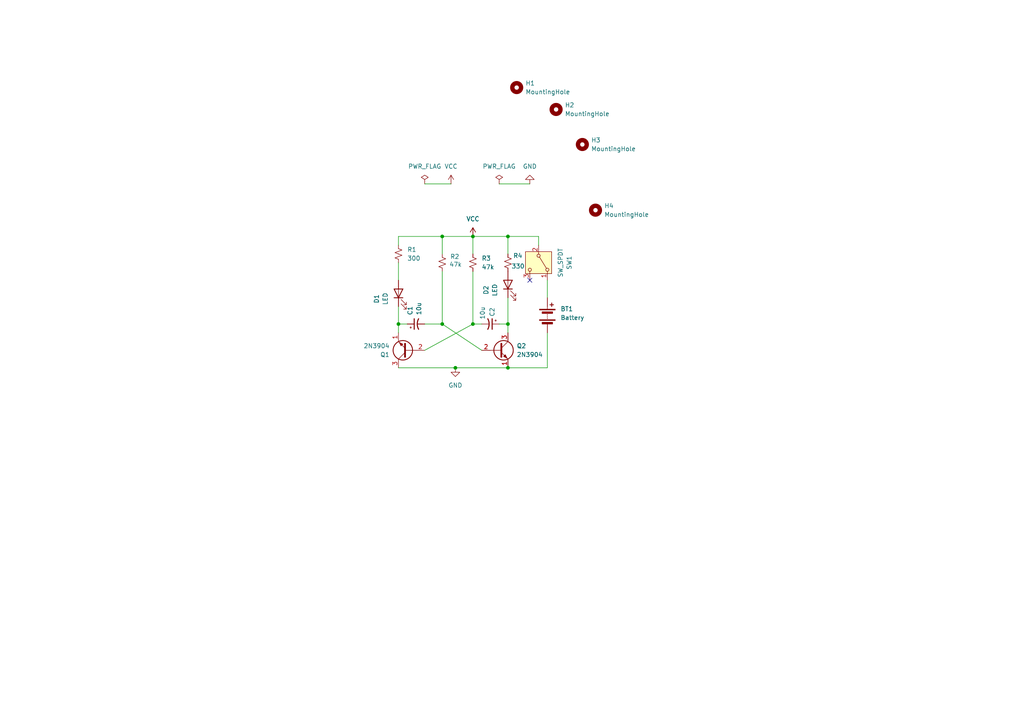
<source format=kicad_sch>
(kicad_sch
	(version 20250114)
	(generator "eeschema")
	(generator_version "9.0")
	(uuid "8c2fd3e0-befc-4104-9c9d-3ef174ac3d48")
	(paper "A4")
	(title_block
		(title "LED Blinker")
		(date "17-07-2025")
		(rev "1")
	)
	(lib_symbols
		(symbol "Device:Battery"
			(pin_numbers
				(hide yes)
			)
			(pin_names
				(offset 0)
				(hide yes)
			)
			(exclude_from_sim no)
			(in_bom yes)
			(on_board yes)
			(property "Reference" "BT"
				(at 2.54 2.54 0)
				(effects
					(font
						(size 1.27 1.27)
					)
					(justify left)
				)
			)
			(property "Value" "Battery"
				(at 2.54 0 0)
				(effects
					(font
						(size 1.27 1.27)
					)
					(justify left)
				)
			)
			(property "Footprint" ""
				(at 0 1.524 90)
				(effects
					(font
						(size 1.27 1.27)
					)
					(hide yes)
				)
			)
			(property "Datasheet" "~"
				(at 0 1.524 90)
				(effects
					(font
						(size 1.27 1.27)
					)
					(hide yes)
				)
			)
			(property "Description" "Multiple-cell battery"
				(at 0 0 0)
				(effects
					(font
						(size 1.27 1.27)
					)
					(hide yes)
				)
			)
			(property "ki_keywords" "batt voltage-source cell"
				(at 0 0 0)
				(effects
					(font
						(size 1.27 1.27)
					)
					(hide yes)
				)
			)
			(symbol "Battery_0_1"
				(rectangle
					(start -2.286 1.778)
					(end 2.286 1.524)
					(stroke
						(width 0)
						(type default)
					)
					(fill
						(type outline)
					)
				)
				(rectangle
					(start -2.286 -1.27)
					(end 2.286 -1.524)
					(stroke
						(width 0)
						(type default)
					)
					(fill
						(type outline)
					)
				)
				(rectangle
					(start -1.524 1.016)
					(end 1.524 0.508)
					(stroke
						(width 0)
						(type default)
					)
					(fill
						(type outline)
					)
				)
				(rectangle
					(start -1.524 -2.032)
					(end 1.524 -2.54)
					(stroke
						(width 0)
						(type default)
					)
					(fill
						(type outline)
					)
				)
				(polyline
					(pts
						(xy 0 1.778) (xy 0 2.54)
					)
					(stroke
						(width 0)
						(type default)
					)
					(fill
						(type none)
					)
				)
				(polyline
					(pts
						(xy 0 0) (xy 0 0.254)
					)
					(stroke
						(width 0)
						(type default)
					)
					(fill
						(type none)
					)
				)
				(polyline
					(pts
						(xy 0 -0.508) (xy 0 -0.254)
					)
					(stroke
						(width 0)
						(type default)
					)
					(fill
						(type none)
					)
				)
				(polyline
					(pts
						(xy 0 -1.016) (xy 0 -0.762)
					)
					(stroke
						(width 0)
						(type default)
					)
					(fill
						(type none)
					)
				)
				(polyline
					(pts
						(xy 0.762 3.048) (xy 1.778 3.048)
					)
					(stroke
						(width 0.254)
						(type default)
					)
					(fill
						(type none)
					)
				)
				(polyline
					(pts
						(xy 1.27 3.556) (xy 1.27 2.54)
					)
					(stroke
						(width 0.254)
						(type default)
					)
					(fill
						(type none)
					)
				)
			)
			(symbol "Battery_1_1"
				(pin passive line
					(at 0 5.08 270)
					(length 2.54)
					(name "+"
						(effects
							(font
								(size 1.27 1.27)
							)
						)
					)
					(number "1"
						(effects
							(font
								(size 1.27 1.27)
							)
						)
					)
				)
				(pin passive line
					(at 0 -5.08 90)
					(length 2.54)
					(name "-"
						(effects
							(font
								(size 1.27 1.27)
							)
						)
					)
					(number "2"
						(effects
							(font
								(size 1.27 1.27)
							)
						)
					)
				)
			)
			(embedded_fonts no)
		)
		(symbol "Device:C_Polarized_Small_US"
			(pin_numbers
				(hide yes)
			)
			(pin_names
				(offset 0.254)
				(hide yes)
			)
			(exclude_from_sim no)
			(in_bom yes)
			(on_board yes)
			(property "Reference" "C"
				(at 0.254 1.778 0)
				(effects
					(font
						(size 1.27 1.27)
					)
					(justify left)
				)
			)
			(property "Value" "C_Polarized_Small_US"
				(at 0.254 -2.032 0)
				(effects
					(font
						(size 1.27 1.27)
					)
					(justify left)
				)
			)
			(property "Footprint" ""
				(at 0 0 0)
				(effects
					(font
						(size 1.27 1.27)
					)
					(hide yes)
				)
			)
			(property "Datasheet" "~"
				(at 0 0 0)
				(effects
					(font
						(size 1.27 1.27)
					)
					(hide yes)
				)
			)
			(property "Description" "Polarized capacitor, small US symbol"
				(at 0 0 0)
				(effects
					(font
						(size 1.27 1.27)
					)
					(hide yes)
				)
			)
			(property "ki_keywords" "cap capacitor"
				(at 0 0 0)
				(effects
					(font
						(size 1.27 1.27)
					)
					(hide yes)
				)
			)
			(property "ki_fp_filters" "CP_*"
				(at 0 0 0)
				(effects
					(font
						(size 1.27 1.27)
					)
					(hide yes)
				)
			)
			(symbol "C_Polarized_Small_US_0_1"
				(polyline
					(pts
						(xy -1.524 0.508) (xy 1.524 0.508)
					)
					(stroke
						(width 0.3048)
						(type default)
					)
					(fill
						(type none)
					)
				)
				(polyline
					(pts
						(xy -1.27 1.524) (xy -0.762 1.524)
					)
					(stroke
						(width 0)
						(type default)
					)
					(fill
						(type none)
					)
				)
				(polyline
					(pts
						(xy -1.016 1.27) (xy -1.016 1.778)
					)
					(stroke
						(width 0)
						(type default)
					)
					(fill
						(type none)
					)
				)
				(arc
					(start -1.524 -0.762)
					(mid 0 -0.3734)
					(end 1.524 -0.762)
					(stroke
						(width 0.3048)
						(type default)
					)
					(fill
						(type none)
					)
				)
			)
			(symbol "C_Polarized_Small_US_1_1"
				(pin passive line
					(at 0 2.54 270)
					(length 2.032)
					(name "~"
						(effects
							(font
								(size 1.27 1.27)
							)
						)
					)
					(number "1"
						(effects
							(font
								(size 1.27 1.27)
							)
						)
					)
				)
				(pin passive line
					(at 0 -2.54 90)
					(length 2.032)
					(name "~"
						(effects
							(font
								(size 1.27 1.27)
							)
						)
					)
					(number "2"
						(effects
							(font
								(size 1.27 1.27)
							)
						)
					)
				)
			)
			(embedded_fonts no)
		)
		(symbol "Device:LED"
			(pin_numbers
				(hide yes)
			)
			(pin_names
				(offset 1.016)
				(hide yes)
			)
			(exclude_from_sim no)
			(in_bom yes)
			(on_board yes)
			(property "Reference" "D"
				(at 0 2.54 0)
				(effects
					(font
						(size 1.27 1.27)
					)
				)
			)
			(property "Value" "LED"
				(at 0 -2.54 0)
				(effects
					(font
						(size 1.27 1.27)
					)
				)
			)
			(property "Footprint" ""
				(at 0 0 0)
				(effects
					(font
						(size 1.27 1.27)
					)
					(hide yes)
				)
			)
			(property "Datasheet" "~"
				(at 0 0 0)
				(effects
					(font
						(size 1.27 1.27)
					)
					(hide yes)
				)
			)
			(property "Description" "Light emitting diode"
				(at 0 0 0)
				(effects
					(font
						(size 1.27 1.27)
					)
					(hide yes)
				)
			)
			(property "Sim.Pins" "1=K 2=A"
				(at 0 0 0)
				(effects
					(font
						(size 1.27 1.27)
					)
					(hide yes)
				)
			)
			(property "ki_keywords" "LED diode"
				(at 0 0 0)
				(effects
					(font
						(size 1.27 1.27)
					)
					(hide yes)
				)
			)
			(property "ki_fp_filters" "LED* LED_SMD:* LED_THT:*"
				(at 0 0 0)
				(effects
					(font
						(size 1.27 1.27)
					)
					(hide yes)
				)
			)
			(symbol "LED_0_1"
				(polyline
					(pts
						(xy -3.048 -0.762) (xy -4.572 -2.286) (xy -3.81 -2.286) (xy -4.572 -2.286) (xy -4.572 -1.524)
					)
					(stroke
						(width 0)
						(type default)
					)
					(fill
						(type none)
					)
				)
				(polyline
					(pts
						(xy -1.778 -0.762) (xy -3.302 -2.286) (xy -2.54 -2.286) (xy -3.302 -2.286) (xy -3.302 -1.524)
					)
					(stroke
						(width 0)
						(type default)
					)
					(fill
						(type none)
					)
				)
				(polyline
					(pts
						(xy -1.27 0) (xy 1.27 0)
					)
					(stroke
						(width 0)
						(type default)
					)
					(fill
						(type none)
					)
				)
				(polyline
					(pts
						(xy -1.27 -1.27) (xy -1.27 1.27)
					)
					(stroke
						(width 0.254)
						(type default)
					)
					(fill
						(type none)
					)
				)
				(polyline
					(pts
						(xy 1.27 -1.27) (xy 1.27 1.27) (xy -1.27 0) (xy 1.27 -1.27)
					)
					(stroke
						(width 0.254)
						(type default)
					)
					(fill
						(type none)
					)
				)
			)
			(symbol "LED_1_1"
				(pin passive line
					(at -3.81 0 0)
					(length 2.54)
					(name "K"
						(effects
							(font
								(size 1.27 1.27)
							)
						)
					)
					(number "1"
						(effects
							(font
								(size 1.27 1.27)
							)
						)
					)
				)
				(pin passive line
					(at 3.81 0 180)
					(length 2.54)
					(name "A"
						(effects
							(font
								(size 1.27 1.27)
							)
						)
					)
					(number "2"
						(effects
							(font
								(size 1.27 1.27)
							)
						)
					)
				)
			)
			(embedded_fonts no)
		)
		(symbol "Device:R_Small_US"
			(pin_numbers
				(hide yes)
			)
			(pin_names
				(offset 0.254)
				(hide yes)
			)
			(exclude_from_sim no)
			(in_bom yes)
			(on_board yes)
			(property "Reference" "R"
				(at 0.762 0.508 0)
				(effects
					(font
						(size 1.27 1.27)
					)
					(justify left)
				)
			)
			(property "Value" "R_Small_US"
				(at 0.762 -1.016 0)
				(effects
					(font
						(size 1.27 1.27)
					)
					(justify left)
				)
			)
			(property "Footprint" ""
				(at 0 0 0)
				(effects
					(font
						(size 1.27 1.27)
					)
					(hide yes)
				)
			)
			(property "Datasheet" "~"
				(at 0 0 0)
				(effects
					(font
						(size 1.27 1.27)
					)
					(hide yes)
				)
			)
			(property "Description" "Resistor, small US symbol"
				(at 0 0 0)
				(effects
					(font
						(size 1.27 1.27)
					)
					(hide yes)
				)
			)
			(property "ki_keywords" "r resistor"
				(at 0 0 0)
				(effects
					(font
						(size 1.27 1.27)
					)
					(hide yes)
				)
			)
			(property "ki_fp_filters" "R_*"
				(at 0 0 0)
				(effects
					(font
						(size 1.27 1.27)
					)
					(hide yes)
				)
			)
			(symbol "R_Small_US_1_1"
				(polyline
					(pts
						(xy 0 1.524) (xy 1.016 1.143) (xy 0 0.762) (xy -1.016 0.381) (xy 0 0)
					)
					(stroke
						(width 0)
						(type default)
					)
					(fill
						(type none)
					)
				)
				(polyline
					(pts
						(xy 0 0) (xy 1.016 -0.381) (xy 0 -0.762) (xy -1.016 -1.143) (xy 0 -1.524)
					)
					(stroke
						(width 0)
						(type default)
					)
					(fill
						(type none)
					)
				)
				(pin passive line
					(at 0 2.54 270)
					(length 1.016)
					(name "~"
						(effects
							(font
								(size 1.27 1.27)
							)
						)
					)
					(number "1"
						(effects
							(font
								(size 1.27 1.27)
							)
						)
					)
				)
				(pin passive line
					(at 0 -2.54 90)
					(length 1.016)
					(name "~"
						(effects
							(font
								(size 1.27 1.27)
							)
						)
					)
					(number "2"
						(effects
							(font
								(size 1.27 1.27)
							)
						)
					)
				)
			)
			(embedded_fonts no)
		)
		(symbol "Mechanical:MountingHole"
			(pin_names
				(offset 1.016)
			)
			(exclude_from_sim no)
			(in_bom no)
			(on_board yes)
			(property "Reference" "H"
				(at 0 5.08 0)
				(effects
					(font
						(size 1.27 1.27)
					)
				)
			)
			(property "Value" "MountingHole"
				(at 0 3.175 0)
				(effects
					(font
						(size 1.27 1.27)
					)
				)
			)
			(property "Footprint" ""
				(at 0 0 0)
				(effects
					(font
						(size 1.27 1.27)
					)
					(hide yes)
				)
			)
			(property "Datasheet" "~"
				(at 0 0 0)
				(effects
					(font
						(size 1.27 1.27)
					)
					(hide yes)
				)
			)
			(property "Description" "Mounting Hole without connection"
				(at 0 0 0)
				(effects
					(font
						(size 1.27 1.27)
					)
					(hide yes)
				)
			)
			(property "ki_keywords" "mounting hole"
				(at 0 0 0)
				(effects
					(font
						(size 1.27 1.27)
					)
					(hide yes)
				)
			)
			(property "ki_fp_filters" "MountingHole*"
				(at 0 0 0)
				(effects
					(font
						(size 1.27 1.27)
					)
					(hide yes)
				)
			)
			(symbol "MountingHole_0_1"
				(circle
					(center 0 0)
					(radius 1.27)
					(stroke
						(width 1.27)
						(type default)
					)
					(fill
						(type none)
					)
				)
			)
			(embedded_fonts no)
		)
		(symbol "Switch:SW_SPDT"
			(pin_names
				(offset 0)
				(hide yes)
			)
			(exclude_from_sim no)
			(in_bom yes)
			(on_board yes)
			(property "Reference" "SW"
				(at 0 5.08 0)
				(effects
					(font
						(size 1.27 1.27)
					)
				)
			)
			(property "Value" "SW_SPDT"
				(at 0 -5.08 0)
				(effects
					(font
						(size 1.27 1.27)
					)
				)
			)
			(property "Footprint" ""
				(at 0 0 0)
				(effects
					(font
						(size 1.27 1.27)
					)
					(hide yes)
				)
			)
			(property "Datasheet" "~"
				(at 0 -7.62 0)
				(effects
					(font
						(size 1.27 1.27)
					)
					(hide yes)
				)
			)
			(property "Description" "Switch, single pole double throw"
				(at 0 0 0)
				(effects
					(font
						(size 1.27 1.27)
					)
					(hide yes)
				)
			)
			(property "ki_keywords" "switch single-pole double-throw spdt ON-ON"
				(at 0 0 0)
				(effects
					(font
						(size 1.27 1.27)
					)
					(hide yes)
				)
			)
			(symbol "SW_SPDT_0_1"
				(circle
					(center -2.032 0)
					(radius 0.4572)
					(stroke
						(width 0)
						(type default)
					)
					(fill
						(type none)
					)
				)
				(polyline
					(pts
						(xy -1.651 0.254) (xy 1.651 2.286)
					)
					(stroke
						(width 0)
						(type default)
					)
					(fill
						(type none)
					)
				)
				(circle
					(center 2.032 2.54)
					(radius 0.4572)
					(stroke
						(width 0)
						(type default)
					)
					(fill
						(type none)
					)
				)
				(circle
					(center 2.032 -2.54)
					(radius 0.4572)
					(stroke
						(width 0)
						(type default)
					)
					(fill
						(type none)
					)
				)
			)
			(symbol "SW_SPDT_1_1"
				(rectangle
					(start -3.175 3.81)
					(end 3.175 -3.81)
					(stroke
						(width 0)
						(type default)
					)
					(fill
						(type background)
					)
				)
				(pin passive line
					(at -5.08 0 0)
					(length 2.54)
					(name "B"
						(effects
							(font
								(size 1.27 1.27)
							)
						)
					)
					(number "2"
						(effects
							(font
								(size 1.27 1.27)
							)
						)
					)
				)
				(pin passive line
					(at 5.08 2.54 180)
					(length 2.54)
					(name "A"
						(effects
							(font
								(size 1.27 1.27)
							)
						)
					)
					(number "1"
						(effects
							(font
								(size 1.27 1.27)
							)
						)
					)
				)
				(pin passive line
					(at 5.08 -2.54 180)
					(length 2.54)
					(name "C"
						(effects
							(font
								(size 1.27 1.27)
							)
						)
					)
					(number "3"
						(effects
							(font
								(size 1.27 1.27)
							)
						)
					)
				)
			)
			(embedded_fonts no)
		)
		(symbol "Transistor_BJT:2N3904"
			(pin_names
				(offset 0)
				(hide yes)
			)
			(exclude_from_sim no)
			(in_bom yes)
			(on_board yes)
			(property "Reference" "Q"
				(at 5.08 1.905 0)
				(effects
					(font
						(size 1.27 1.27)
					)
					(justify left)
				)
			)
			(property "Value" "2N3904"
				(at 5.08 0 0)
				(effects
					(font
						(size 1.27 1.27)
					)
					(justify left)
				)
			)
			(property "Footprint" "Package_TO_SOT_THT:TO-92_Inline"
				(at 5.08 -1.905 0)
				(effects
					(font
						(size 1.27 1.27)
						(italic yes)
					)
					(justify left)
					(hide yes)
				)
			)
			(property "Datasheet" "https://www.onsemi.com/pub/Collateral/2N3903-D.PDF"
				(at 0 0 0)
				(effects
					(font
						(size 1.27 1.27)
					)
					(justify left)
					(hide yes)
				)
			)
			(property "Description" "0.2A Ic, 40V Vce, Small Signal NPN Transistor, TO-92"
				(at 0 0 0)
				(effects
					(font
						(size 1.27 1.27)
					)
					(hide yes)
				)
			)
			(property "ki_keywords" "NPN Transistor"
				(at 0 0 0)
				(effects
					(font
						(size 1.27 1.27)
					)
					(hide yes)
				)
			)
			(property "ki_fp_filters" "TO?92*"
				(at 0 0 0)
				(effects
					(font
						(size 1.27 1.27)
					)
					(hide yes)
				)
			)
			(symbol "2N3904_0_1"
				(polyline
					(pts
						(xy -2.54 0) (xy 0.635 0)
					)
					(stroke
						(width 0)
						(type default)
					)
					(fill
						(type none)
					)
				)
				(polyline
					(pts
						(xy 0.635 1.905) (xy 0.635 -1.905)
					)
					(stroke
						(width 0.508)
						(type default)
					)
					(fill
						(type none)
					)
				)
				(circle
					(center 1.27 0)
					(radius 2.8194)
					(stroke
						(width 0.254)
						(type default)
					)
					(fill
						(type none)
					)
				)
			)
			(symbol "2N3904_1_1"
				(polyline
					(pts
						(xy 0.635 0.635) (xy 2.54 2.54)
					)
					(stroke
						(width 0)
						(type default)
					)
					(fill
						(type none)
					)
				)
				(polyline
					(pts
						(xy 0.635 -0.635) (xy 2.54 -2.54)
					)
					(stroke
						(width 0)
						(type default)
					)
					(fill
						(type none)
					)
				)
				(polyline
					(pts
						(xy 1.27 -1.778) (xy 1.778 -1.27) (xy 2.286 -2.286) (xy 1.27 -1.778)
					)
					(stroke
						(width 0)
						(type default)
					)
					(fill
						(type outline)
					)
				)
				(pin input line
					(at -5.08 0 0)
					(length 2.54)
					(name "B"
						(effects
							(font
								(size 1.27 1.27)
							)
						)
					)
					(number "2"
						(effects
							(font
								(size 1.27 1.27)
							)
						)
					)
				)
				(pin passive line
					(at 2.54 5.08 270)
					(length 2.54)
					(name "C"
						(effects
							(font
								(size 1.27 1.27)
							)
						)
					)
					(number "3"
						(effects
							(font
								(size 1.27 1.27)
							)
						)
					)
				)
				(pin passive line
					(at 2.54 -5.08 90)
					(length 2.54)
					(name "E"
						(effects
							(font
								(size 1.27 1.27)
							)
						)
					)
					(number "1"
						(effects
							(font
								(size 1.27 1.27)
							)
						)
					)
				)
			)
			(embedded_fonts no)
		)
		(symbol "power:GND"
			(power)
			(pin_numbers
				(hide yes)
			)
			(pin_names
				(offset 0)
				(hide yes)
			)
			(exclude_from_sim no)
			(in_bom yes)
			(on_board yes)
			(property "Reference" "#PWR"
				(at 0 -6.35 0)
				(effects
					(font
						(size 1.27 1.27)
					)
					(hide yes)
				)
			)
			(property "Value" "GND"
				(at 0 -3.81 0)
				(effects
					(font
						(size 1.27 1.27)
					)
				)
			)
			(property "Footprint" ""
				(at 0 0 0)
				(effects
					(font
						(size 1.27 1.27)
					)
					(hide yes)
				)
			)
			(property "Datasheet" ""
				(at 0 0 0)
				(effects
					(font
						(size 1.27 1.27)
					)
					(hide yes)
				)
			)
			(property "Description" "Power symbol creates a global label with name \"GND\" , ground"
				(at 0 0 0)
				(effects
					(font
						(size 1.27 1.27)
					)
					(hide yes)
				)
			)
			(property "ki_keywords" "global power"
				(at 0 0 0)
				(effects
					(font
						(size 1.27 1.27)
					)
					(hide yes)
				)
			)
			(symbol "GND_0_1"
				(polyline
					(pts
						(xy 0 0) (xy 0 -1.27) (xy 1.27 -1.27) (xy 0 -2.54) (xy -1.27 -1.27) (xy 0 -1.27)
					)
					(stroke
						(width 0)
						(type default)
					)
					(fill
						(type none)
					)
				)
			)
			(symbol "GND_1_1"
				(pin power_in line
					(at 0 0 270)
					(length 0)
					(name "~"
						(effects
							(font
								(size 1.27 1.27)
							)
						)
					)
					(number "1"
						(effects
							(font
								(size 1.27 1.27)
							)
						)
					)
				)
			)
			(embedded_fonts no)
		)
		(symbol "power:PWR_FLAG"
			(power)
			(pin_numbers
				(hide yes)
			)
			(pin_names
				(offset 0)
				(hide yes)
			)
			(exclude_from_sim no)
			(in_bom yes)
			(on_board yes)
			(property "Reference" "#FLG"
				(at 0 1.905 0)
				(effects
					(font
						(size 1.27 1.27)
					)
					(hide yes)
				)
			)
			(property "Value" "PWR_FLAG"
				(at 0 3.81 0)
				(effects
					(font
						(size 1.27 1.27)
					)
				)
			)
			(property "Footprint" ""
				(at 0 0 0)
				(effects
					(font
						(size 1.27 1.27)
					)
					(hide yes)
				)
			)
			(property "Datasheet" "~"
				(at 0 0 0)
				(effects
					(font
						(size 1.27 1.27)
					)
					(hide yes)
				)
			)
			(property "Description" "Special symbol for telling ERC where power comes from"
				(at 0 0 0)
				(effects
					(font
						(size 1.27 1.27)
					)
					(hide yes)
				)
			)
			(property "ki_keywords" "flag power"
				(at 0 0 0)
				(effects
					(font
						(size 1.27 1.27)
					)
					(hide yes)
				)
			)
			(symbol "PWR_FLAG_0_0"
				(pin power_out line
					(at 0 0 90)
					(length 0)
					(name "~"
						(effects
							(font
								(size 1.27 1.27)
							)
						)
					)
					(number "1"
						(effects
							(font
								(size 1.27 1.27)
							)
						)
					)
				)
			)
			(symbol "PWR_FLAG_0_1"
				(polyline
					(pts
						(xy 0 0) (xy 0 1.27) (xy -1.016 1.905) (xy 0 2.54) (xy 1.016 1.905) (xy 0 1.27)
					)
					(stroke
						(width 0)
						(type default)
					)
					(fill
						(type none)
					)
				)
			)
			(embedded_fonts no)
		)
		(symbol "power:VCC"
			(power)
			(pin_numbers
				(hide yes)
			)
			(pin_names
				(offset 0)
				(hide yes)
			)
			(exclude_from_sim no)
			(in_bom yes)
			(on_board yes)
			(property "Reference" "#PWR"
				(at 0 -3.81 0)
				(effects
					(font
						(size 1.27 1.27)
					)
					(hide yes)
				)
			)
			(property "Value" "VCC"
				(at 0 3.556 0)
				(effects
					(font
						(size 1.27 1.27)
					)
				)
			)
			(property "Footprint" ""
				(at 0 0 0)
				(effects
					(font
						(size 1.27 1.27)
					)
					(hide yes)
				)
			)
			(property "Datasheet" ""
				(at 0 0 0)
				(effects
					(font
						(size 1.27 1.27)
					)
					(hide yes)
				)
			)
			(property "Description" "Power symbol creates a global label with name \"VCC\""
				(at 0 0 0)
				(effects
					(font
						(size 1.27 1.27)
					)
					(hide yes)
				)
			)
			(property "ki_keywords" "global power"
				(at 0 0 0)
				(effects
					(font
						(size 1.27 1.27)
					)
					(hide yes)
				)
			)
			(symbol "VCC_0_1"
				(polyline
					(pts
						(xy -0.762 1.27) (xy 0 2.54)
					)
					(stroke
						(width 0)
						(type default)
					)
					(fill
						(type none)
					)
				)
				(polyline
					(pts
						(xy 0 2.54) (xy 0.762 1.27)
					)
					(stroke
						(width 0)
						(type default)
					)
					(fill
						(type none)
					)
				)
				(polyline
					(pts
						(xy 0 0) (xy 0 2.54)
					)
					(stroke
						(width 0)
						(type default)
					)
					(fill
						(type none)
					)
				)
			)
			(symbol "VCC_1_1"
				(pin power_in line
					(at 0 0 90)
					(length 0)
					(name "~"
						(effects
							(font
								(size 1.27 1.27)
							)
						)
					)
					(number "1"
						(effects
							(font
								(size 1.27 1.27)
							)
						)
					)
				)
			)
			(embedded_fonts no)
		)
	)
	(junction
		(at 128.27 68.58)
		(diameter 0)
		(color 0 0 0 0)
		(uuid "13be038e-8b06-4cdb-880c-6f9528dd1c28")
	)
	(junction
		(at 147.32 106.68)
		(diameter 0)
		(color 0 0 0 0)
		(uuid "2324795f-f3b7-4ea7-a187-4a395d83827f")
	)
	(junction
		(at 132.08 106.68)
		(diameter 0)
		(color 0 0 0 0)
		(uuid "48dcf8b9-2b9c-414e-8d28-1aaeed788a8d")
	)
	(junction
		(at 128.27 93.98)
		(diameter 0)
		(color 0 0 0 0)
		(uuid "623a2840-40b4-4e6d-ab46-c17ec9c97bfc")
	)
	(junction
		(at 147.32 68.58)
		(diameter 0)
		(color 0 0 0 0)
		(uuid "8d89a512-3a7a-412a-ac95-996939349e8e")
	)
	(junction
		(at 115.57 93.98)
		(diameter 0)
		(color 0 0 0 0)
		(uuid "9719f8c6-4d93-4964-9d82-13784fbc950c")
	)
	(junction
		(at 137.16 68.58)
		(diameter 0)
		(color 0 0 0 0)
		(uuid "9ebd7295-1749-4a3c-a60a-b0464359f0ee")
	)
	(junction
		(at 137.16 93.98)
		(diameter 0)
		(color 0 0 0 0)
		(uuid "a144b7d1-9d7c-4759-80ab-f81913b39634")
	)
	(junction
		(at 147.32 93.98)
		(diameter 0)
		(color 0 0 0 0)
		(uuid "c58b3f32-3de5-454b-affc-50ae022dc44b")
	)
	(no_connect
		(at 153.67 81.28)
		(uuid "e7d317c9-082d-4001-8ddd-abcd70638dcc")
	)
	(wire
		(pts
			(xy 147.32 73.66) (xy 147.32 68.58)
		)
		(stroke
			(width 0)
			(type default)
		)
		(uuid "0bce253f-b718-4376-b021-c863ea3ee15e")
	)
	(wire
		(pts
			(xy 115.57 93.98) (xy 118.11 93.98)
		)
		(stroke
			(width 0)
			(type default)
		)
		(uuid "1ddcd6f0-a01d-47ed-b0c7-8f381e6f3982")
	)
	(wire
		(pts
			(xy 147.32 86.36) (xy 147.32 93.98)
		)
		(stroke
			(width 0)
			(type default)
		)
		(uuid "274575e5-efed-412a-aa7a-208dc11ba598")
	)
	(wire
		(pts
			(xy 137.16 68.58) (xy 147.32 68.58)
		)
		(stroke
			(width 0)
			(type default)
		)
		(uuid "30f54773-ba65-464f-933a-52fdc96db2a3")
	)
	(wire
		(pts
			(xy 158.75 96.52) (xy 158.75 106.68)
		)
		(stroke
			(width 0)
			(type default)
		)
		(uuid "318d7ba4-0ea5-4cf0-acd0-0155a0e86050")
	)
	(wire
		(pts
			(xy 128.27 68.58) (xy 128.27 73.66)
		)
		(stroke
			(width 0)
			(type default)
		)
		(uuid "3228cac2-0f91-478e-8558-90966ad90659")
	)
	(wire
		(pts
			(xy 115.57 96.52) (xy 115.57 93.98)
		)
		(stroke
			(width 0)
			(type default)
		)
		(uuid "333d85aa-8dbf-46ec-bb34-d380cfd38ef8")
	)
	(wire
		(pts
			(xy 115.57 106.68) (xy 132.08 106.68)
		)
		(stroke
			(width 0)
			(type default)
		)
		(uuid "62fdf30a-7136-4a76-9315-932d2dce3aa4")
	)
	(wire
		(pts
			(xy 115.57 88.9) (xy 115.57 93.98)
		)
		(stroke
			(width 0)
			(type default)
		)
		(uuid "672e0121-0f3e-4005-a96f-717d17bb83ae")
	)
	(wire
		(pts
			(xy 156.21 68.58) (xy 156.21 71.12)
		)
		(stroke
			(width 0)
			(type default)
		)
		(uuid "6964b0c2-a2a7-44d9-a91f-69bbdf29bf82")
	)
	(wire
		(pts
			(xy 137.16 93.98) (xy 123.19 101.6)
		)
		(stroke
			(width 0)
			(type default)
		)
		(uuid "6ac3f408-03b1-456e-8a8d-1a4feffbfa0a")
	)
	(wire
		(pts
			(xy 144.78 53.34) (xy 153.67 53.34)
		)
		(stroke
			(width 0)
			(type default)
		)
		(uuid "846ae217-9289-455f-a214-f2c8a6bf6d3b")
	)
	(wire
		(pts
			(xy 139.7 101.6) (xy 128.27 93.98)
		)
		(stroke
			(width 0)
			(type default)
		)
		(uuid "84743187-c793-4443-8142-c732d31641c6")
	)
	(wire
		(pts
			(xy 128.27 78.74) (xy 128.27 93.98)
		)
		(stroke
			(width 0)
			(type default)
		)
		(uuid "882d6afa-b985-45c8-a3e0-c6da01d305aa")
	)
	(wire
		(pts
			(xy 137.16 68.58) (xy 137.16 73.66)
		)
		(stroke
			(width 0)
			(type default)
		)
		(uuid "9ae3558c-a28a-4d64-bb9b-66b6b992c816")
	)
	(wire
		(pts
			(xy 115.57 71.12) (xy 115.57 68.58)
		)
		(stroke
			(width 0)
			(type default)
		)
		(uuid "a649475a-995c-46b8-9f6f-345d734bb7d1")
	)
	(wire
		(pts
			(xy 132.08 106.68) (xy 147.32 106.68)
		)
		(stroke
			(width 0)
			(type default)
		)
		(uuid "ac68c638-8854-492e-8119-d0bcab813b08")
	)
	(wire
		(pts
			(xy 147.32 106.68) (xy 158.75 106.68)
		)
		(stroke
			(width 0)
			(type default)
		)
		(uuid "b3cecdd6-ad09-4906-8ba3-88da41161344")
	)
	(wire
		(pts
			(xy 139.7 93.98) (xy 137.16 93.98)
		)
		(stroke
			(width 0)
			(type default)
		)
		(uuid "bd5543fe-a6e4-44c0-93a5-b5b6a6cd82a7")
	)
	(wire
		(pts
			(xy 147.32 96.52) (xy 147.32 93.98)
		)
		(stroke
			(width 0)
			(type default)
		)
		(uuid "c4dc1c3c-d43c-4710-aca4-bc9210d51242")
	)
	(wire
		(pts
			(xy 115.57 68.58) (xy 128.27 68.58)
		)
		(stroke
			(width 0)
			(type default)
		)
		(uuid "c8fbd9ab-6e02-4ff8-b8a1-7a80f9e3fa56")
	)
	(wire
		(pts
			(xy 158.75 86.36) (xy 158.75 81.28)
		)
		(stroke
			(width 0)
			(type default)
		)
		(uuid "cdfd4eed-0fa9-4aa1-8dcb-83ca78028a93")
	)
	(wire
		(pts
			(xy 128.27 68.58) (xy 137.16 68.58)
		)
		(stroke
			(width 0)
			(type default)
		)
		(uuid "d58018f1-3b4d-4cbd-9acf-0db7bb141433")
	)
	(wire
		(pts
			(xy 144.78 93.98) (xy 147.32 93.98)
		)
		(stroke
			(width 0)
			(type default)
		)
		(uuid "dc5373c4-c288-44be-add1-359a66b1b3f7")
	)
	(wire
		(pts
			(xy 137.16 78.74) (xy 137.16 93.98)
		)
		(stroke
			(width 0)
			(type default)
		)
		(uuid "e1aa7a58-b853-4021-9232-abac7eef683b")
	)
	(wire
		(pts
			(xy 128.27 93.98) (xy 123.19 93.98)
		)
		(stroke
			(width 0)
			(type default)
		)
		(uuid "e4c346c2-1842-4a07-bdf4-682d2e290311")
	)
	(wire
		(pts
			(xy 130.81 53.34) (xy 123.19 53.34)
		)
		(stroke
			(width 0)
			(type default)
		)
		(uuid "ecf7828e-bf17-4199-81c4-f634ee6a2a3e")
	)
	(wire
		(pts
			(xy 147.32 68.58) (xy 156.21 68.58)
		)
		(stroke
			(width 0)
			(type default)
		)
		(uuid "efa906d4-0334-47c0-b691-8c33eb52051d")
	)
	(wire
		(pts
			(xy 115.57 76.2) (xy 115.57 81.28)
		)
		(stroke
			(width 0)
			(type default)
		)
		(uuid "fbdf8d6c-1a90-427e-ae9c-7441c3262480")
	)
	(symbol
		(lib_id "power:GND")
		(at 132.08 106.68 0)
		(unit 1)
		(exclude_from_sim no)
		(in_bom yes)
		(on_board yes)
		(dnp no)
		(fields_autoplaced yes)
		(uuid "0a58a8db-99d6-43a9-9890-432345e47ce3")
		(property "Reference" "#PWR01"
			(at 132.08 113.03 0)
			(effects
				(font
					(size 1.27 1.27)
				)
				(hide yes)
			)
		)
		(property "Value" "GND"
			(at 132.08 111.76 0)
			(effects
				(font
					(size 1.27 1.27)
				)
			)
		)
		(property "Footprint" ""
			(at 132.08 106.68 0)
			(effects
				(font
					(size 1.27 1.27)
				)
				(hide yes)
			)
		)
		(property "Datasheet" ""
			(at 132.08 106.68 0)
			(effects
				(font
					(size 1.27 1.27)
				)
				(hide yes)
			)
		)
		(property "Description" "Power symbol creates a global label with name \"GND\" , ground"
			(at 132.08 106.68 0)
			(effects
				(font
					(size 1.27 1.27)
				)
				(hide yes)
			)
		)
		(pin "1"
			(uuid "4766c6ef-4bd3-45fc-8c69-a82cb70608ec")
		)
		(instances
			(project ""
				(path "/8c2fd3e0-befc-4104-9c9d-3ef174ac3d48"
					(reference "#PWR01")
					(unit 1)
				)
			)
		)
	)
	(symbol
		(lib_id "Device:R_Small_US")
		(at 115.57 73.66 0)
		(unit 1)
		(exclude_from_sim no)
		(in_bom yes)
		(on_board yes)
		(dnp no)
		(fields_autoplaced yes)
		(uuid "16e83f34-b46d-455c-9413-bde4da80bbea")
		(property "Reference" "R1"
			(at 118.11 72.3899 0)
			(effects
				(font
					(size 1.27 1.27)
				)
				(justify left)
			)
		)
		(property "Value" "300"
			(at 118.11 74.9299 0)
			(effects
				(font
					(size 1.27 1.27)
				)
				(justify left)
			)
		)
		(property "Footprint" "Resistor_THT:R_Axial_DIN0207_L6.3mm_D2.5mm_P10.16mm_Horizontal"
			(at 115.57 73.66 0)
			(effects
				(font
					(size 1.27 1.27)
				)
				(hide yes)
			)
		)
		(property "Datasheet" "~"
			(at 115.57 73.66 0)
			(effects
				(font
					(size 1.27 1.27)
				)
				(hide yes)
			)
		)
		(property "Description" "Resistor, small US symbol"
			(at 115.57 73.66 0)
			(effects
				(font
					(size 1.27 1.27)
				)
				(hide yes)
			)
		)
		(pin "2"
			(uuid "546c8aba-0900-472e-834f-ca430b61a234")
		)
		(pin "1"
			(uuid "d2175d17-494f-4a78-95de-1241ea7d3710")
		)
		(instances
			(project ""
				(path "/8c2fd3e0-befc-4104-9c9d-3ef174ac3d48"
					(reference "R1")
					(unit 1)
				)
			)
		)
	)
	(symbol
		(lib_id "power:GND")
		(at 153.67 53.34 180)
		(unit 1)
		(exclude_from_sim no)
		(in_bom yes)
		(on_board yes)
		(dnp no)
		(fields_autoplaced yes)
		(uuid "19c220f8-ec44-4de4-8579-c064869d9141")
		(property "Reference" "#PWR04"
			(at 153.67 46.99 0)
			(effects
				(font
					(size 1.27 1.27)
				)
				(hide yes)
			)
		)
		(property "Value" "GND"
			(at 153.67 48.26 0)
			(effects
				(font
					(size 1.27 1.27)
				)
			)
		)
		(property "Footprint" ""
			(at 153.67 53.34 0)
			(effects
				(font
					(size 1.27 1.27)
				)
				(hide yes)
			)
		)
		(property "Datasheet" ""
			(at 153.67 53.34 0)
			(effects
				(font
					(size 1.27 1.27)
				)
				(hide yes)
			)
		)
		(property "Description" "Power symbol creates a global label with name \"GND\" , ground"
			(at 153.67 53.34 0)
			(effects
				(font
					(size 1.27 1.27)
				)
				(hide yes)
			)
		)
		(pin "1"
			(uuid "0e462779-a571-4617-be5e-da994a16e8f2")
		)
		(instances
			(project "proj1"
				(path "/8c2fd3e0-befc-4104-9c9d-3ef174ac3d48"
					(reference "#PWR04")
					(unit 1)
				)
			)
		)
	)
	(symbol
		(lib_id "Device:R_Small_US")
		(at 128.27 76.2 0)
		(unit 1)
		(exclude_from_sim no)
		(in_bom yes)
		(on_board yes)
		(dnp no)
		(uuid "1ee009b0-3ae3-4935-8fd0-9f86df12ea0e")
		(property "Reference" "R2"
			(at 130.556 74.422 0)
			(effects
				(font
					(size 1.27 1.27)
				)
				(justify left)
			)
		)
		(property "Value" "47k"
			(at 130.302 76.708 0)
			(effects
				(font
					(size 1.27 1.27)
				)
				(justify left)
			)
		)
		(property "Footprint" "Resistor_THT:R_Axial_DIN0207_L6.3mm_D2.5mm_P10.16mm_Horizontal"
			(at 128.27 76.2 0)
			(effects
				(font
					(size 1.27 1.27)
				)
				(hide yes)
			)
		)
		(property "Datasheet" "~"
			(at 128.27 76.2 0)
			(effects
				(font
					(size 1.27 1.27)
				)
				(hide yes)
			)
		)
		(property "Description" "Resistor, small US symbol"
			(at 128.27 76.2 0)
			(effects
				(font
					(size 1.27 1.27)
				)
				(hide yes)
			)
		)
		(pin "2"
			(uuid "546c8aba-0900-472e-834f-ca430b61a234")
		)
		(pin "1"
			(uuid "d2175d17-494f-4a78-95de-1241ea7d3710")
		)
		(instances
			(project ""
				(path "/8c2fd3e0-befc-4104-9c9d-3ef174ac3d48"
					(reference "R2")
					(unit 1)
				)
			)
		)
	)
	(symbol
		(lib_id "power:PWR_FLAG")
		(at 123.19 53.34 0)
		(unit 1)
		(exclude_from_sim no)
		(in_bom yes)
		(on_board yes)
		(dnp no)
		(fields_autoplaced yes)
		(uuid "39db3834-86bf-4b9b-a7a7-dc5d41401b89")
		(property "Reference" "#FLG01"
			(at 123.19 51.435 0)
			(effects
				(font
					(size 1.27 1.27)
				)
				(hide yes)
			)
		)
		(property "Value" "PWR_FLAG"
			(at 123.19 48.26 0)
			(effects
				(font
					(size 1.27 1.27)
				)
			)
		)
		(property "Footprint" ""
			(at 123.19 53.34 0)
			(effects
				(font
					(size 1.27 1.27)
				)
				(hide yes)
			)
		)
		(property "Datasheet" "~"
			(at 123.19 53.34 0)
			(effects
				(font
					(size 1.27 1.27)
				)
				(hide yes)
			)
		)
		(property "Description" "Special symbol for telling ERC where power comes from"
			(at 123.19 53.34 0)
			(effects
				(font
					(size 1.27 1.27)
				)
				(hide yes)
			)
		)
		(pin "1"
			(uuid "7a06d4b7-8b00-44d7-86f7-3047be4b275b")
		)
		(instances
			(project ""
				(path "/8c2fd3e0-befc-4104-9c9d-3ef174ac3d48"
					(reference "#FLG01")
					(unit 1)
				)
			)
		)
	)
	(symbol
		(lib_id "power:PWR_FLAG")
		(at 144.78 53.34 0)
		(unit 1)
		(exclude_from_sim no)
		(in_bom yes)
		(on_board yes)
		(dnp no)
		(fields_autoplaced yes)
		(uuid "483d0663-0eca-47d5-b99b-e03a45a692fc")
		(property "Reference" "#FLG02"
			(at 144.78 51.435 0)
			(effects
				(font
					(size 1.27 1.27)
				)
				(hide yes)
			)
		)
		(property "Value" "PWR_FLAG"
			(at 144.78 48.26 0)
			(effects
				(font
					(size 1.27 1.27)
				)
			)
		)
		(property "Footprint" ""
			(at 144.78 53.34 0)
			(effects
				(font
					(size 1.27 1.27)
				)
				(hide yes)
			)
		)
		(property "Datasheet" "~"
			(at 144.78 53.34 0)
			(effects
				(font
					(size 1.27 1.27)
				)
				(hide yes)
			)
		)
		(property "Description" "Special symbol for telling ERC where power comes from"
			(at 144.78 53.34 0)
			(effects
				(font
					(size 1.27 1.27)
				)
				(hide yes)
			)
		)
		(pin "1"
			(uuid "7a06d4b7-8b00-44d7-86f7-3047be4b275b")
		)
		(instances
			(project ""
				(path "/8c2fd3e0-befc-4104-9c9d-3ef174ac3d48"
					(reference "#FLG02")
					(unit 1)
				)
			)
		)
	)
	(symbol
		(lib_id "Mechanical:MountingHole")
		(at 149.86 25.4 0)
		(unit 1)
		(exclude_from_sim no)
		(in_bom no)
		(on_board yes)
		(dnp no)
		(fields_autoplaced yes)
		(uuid "4a960f26-7b31-429f-bf75-c57296454025")
		(property "Reference" "H1"
			(at 152.4 24.1299 0)
			(effects
				(font
					(size 1.27 1.27)
				)
				(justify left)
			)
		)
		(property "Value" "MountingHole"
			(at 152.4 26.6699 0)
			(effects
				(font
					(size 1.27 1.27)
				)
				(justify left)
			)
		)
		(property "Footprint" "MountingHole:MountingHole_3.2mm_M3"
			(at 149.86 25.4 0)
			(effects
				(font
					(size 1.27 1.27)
				)
				(hide yes)
			)
		)
		(property "Datasheet" "~"
			(at 149.86 25.4 0)
			(effects
				(font
					(size 1.27 1.27)
				)
				(hide yes)
			)
		)
		(property "Description" "Mounting Hole without connection"
			(at 149.86 25.4 0)
			(effects
				(font
					(size 1.27 1.27)
				)
				(hide yes)
			)
		)
		(instances
			(project ""
				(path "/8c2fd3e0-befc-4104-9c9d-3ef174ac3d48"
					(reference "H1")
					(unit 1)
				)
			)
		)
	)
	(symbol
		(lib_id "Device:Battery")
		(at 158.75 91.44 0)
		(unit 1)
		(exclude_from_sim no)
		(in_bom yes)
		(on_board yes)
		(dnp no)
		(fields_autoplaced yes)
		(uuid "4b96c1bf-6308-445d-9227-a7ee823fa317")
		(property "Reference" "BT1"
			(at 162.56 89.5984 0)
			(effects
				(font
					(size 1.27 1.27)
				)
				(justify left)
			)
		)
		(property "Value" "Battery"
			(at 162.56 92.1384 0)
			(effects
				(font
					(size 1.27 1.27)
				)
				(justify left)
			)
		)
		(property "Footprint" "Battery:BatteryHolder_Keystone_2479_3xAAA"
			(at 158.75 89.916 90)
			(effects
				(font
					(size 1.27 1.27)
				)
				(hide yes)
			)
		)
		(property "Datasheet" "~"
			(at 158.75 89.916 90)
			(effects
				(font
					(size 1.27 1.27)
				)
				(hide yes)
			)
		)
		(property "Description" "Multiple-cell battery"
			(at 158.75 91.44 0)
			(effects
				(font
					(size 1.27 1.27)
				)
				(hide yes)
			)
		)
		(pin "2"
			(uuid "f735c737-e5cb-4b5e-b8bb-c6400c65ace8")
		)
		(pin "1"
			(uuid "95ee70b0-f82b-4f6a-a450-a3af0c547ed2")
		)
		(instances
			(project ""
				(path "/8c2fd3e0-befc-4104-9c9d-3ef174ac3d48"
					(reference "BT1")
					(unit 1)
				)
			)
		)
	)
	(symbol
		(lib_id "Switch:SW_SPDT")
		(at 156.21 76.2 270)
		(unit 1)
		(exclude_from_sim no)
		(in_bom yes)
		(on_board yes)
		(dnp no)
		(fields_autoplaced yes)
		(uuid "4e1047f9-3188-4bb8-a381-3efe13ee7b0a")
		(property "Reference" "SW1"
			(at 165.1 76.2 0)
			(effects
				(font
					(size 1.27 1.27)
				)
			)
		)
		(property "Value" "SW_SPDT"
			(at 162.56 76.2 0)
			(effects
				(font
					(size 1.27 1.27)
				)
			)
		)
		(property "Footprint" "Button_Switch_THT:SW_E-Switch_EG1224_SPDT_Angled"
			(at 156.21 76.2 0)
			(effects
				(font
					(size 1.27 1.27)
				)
				(hide yes)
			)
		)
		(property "Datasheet" "~"
			(at 148.59 76.2 0)
			(effects
				(font
					(size 1.27 1.27)
				)
				(hide yes)
			)
		)
		(property "Description" "Switch, single pole double throw"
			(at 156.21 76.2 0)
			(effects
				(font
					(size 1.27 1.27)
				)
				(hide yes)
			)
		)
		(pin "3"
			(uuid "d3dfbae1-daf7-4c5e-a859-ed9a0140a3b5")
		)
		(pin "1"
			(uuid "0ba231e1-348e-4592-9a3e-e3c5945068bc")
		)
		(pin "2"
			(uuid "af600316-0271-43b8-b015-478a017ccd78")
		)
		(instances
			(project ""
				(path "/8c2fd3e0-befc-4104-9c9d-3ef174ac3d48"
					(reference "SW1")
					(unit 1)
				)
			)
		)
	)
	(symbol
		(lib_id "Device:LED")
		(at 147.32 82.55 90)
		(unit 1)
		(exclude_from_sim no)
		(in_bom yes)
		(on_board yes)
		(dnp no)
		(fields_autoplaced yes)
		(uuid "5d05ad82-ac87-46ca-b4fb-8309774be950")
		(property "Reference" "D2"
			(at 140.97 84.1375 0)
			(effects
				(font
					(size 1.27 1.27)
				)
			)
		)
		(property "Value" "LED"
			(at 143.51 84.1375 0)
			(effects
				(font
					(size 1.27 1.27)
				)
			)
		)
		(property "Footprint" "LED_THT:LED_D5.0mm"
			(at 147.32 82.55 0)
			(effects
				(font
					(size 1.27 1.27)
				)
				(hide yes)
			)
		)
		(property "Datasheet" "~"
			(at 147.32 82.55 0)
			(effects
				(font
					(size 1.27 1.27)
				)
				(hide yes)
			)
		)
		(property "Description" "Light emitting diode"
			(at 147.32 82.55 0)
			(effects
				(font
					(size 1.27 1.27)
				)
				(hide yes)
			)
		)
		(property "Sim.Pins" "1=K 2=A"
			(at 147.32 82.55 0)
			(effects
				(font
					(size 1.27 1.27)
				)
				(hide yes)
			)
		)
		(pin "1"
			(uuid "0aaaf083-bbde-45af-9959-a7a94e9e3e50")
		)
		(pin "2"
			(uuid "9a493215-5e32-48d9-bcb0-42fef8431696")
		)
		(instances
			(project ""
				(path "/8c2fd3e0-befc-4104-9c9d-3ef174ac3d48"
					(reference "D2")
					(unit 1)
				)
			)
		)
	)
	(symbol
		(lib_id "Device:C_Polarized_Small_US")
		(at 120.65 93.98 90)
		(unit 1)
		(exclude_from_sim no)
		(in_bom yes)
		(on_board yes)
		(dnp no)
		(fields_autoplaced yes)
		(uuid "5e944adf-9a5b-4947-9029-99cf70a2d1cc")
		(property "Reference" "C1"
			(at 118.9481 91.44 0)
			(effects
				(font
					(size 1.27 1.27)
				)
				(justify left)
			)
		)
		(property "Value" "10u"
			(at 121.4881 91.44 0)
			(effects
				(font
					(size 1.27 1.27)
				)
				(justify left)
			)
		)
		(property "Footprint" "Capacitor_THT:CP_Radial_D6.3mm_P2.50mm"
			(at 120.65 93.98 0)
			(effects
				(font
					(size 1.27 1.27)
				)
				(hide yes)
			)
		)
		(property "Datasheet" "~"
			(at 120.65 93.98 0)
			(effects
				(font
					(size 1.27 1.27)
				)
				(hide yes)
			)
		)
		(property "Description" "Polarized capacitor, small US symbol"
			(at 120.65 93.98 0)
			(effects
				(font
					(size 1.27 1.27)
				)
				(hide yes)
			)
		)
		(pin "2"
			(uuid "5ec0e368-75ef-4d6f-8d28-cf780ead836a")
		)
		(pin "1"
			(uuid "41054ddc-d138-4ef6-8a01-beccfd21ae33")
		)
		(instances
			(project ""
				(path "/8c2fd3e0-befc-4104-9c9d-3ef174ac3d48"
					(reference "C1")
					(unit 1)
				)
			)
		)
	)
	(symbol
		(lib_id "Mechanical:MountingHole")
		(at 161.29 31.75 0)
		(unit 1)
		(exclude_from_sim no)
		(in_bom no)
		(on_board yes)
		(dnp no)
		(fields_autoplaced yes)
		(uuid "768d29fb-ab78-4809-bfe6-dbfb5bdb6638")
		(property "Reference" "H2"
			(at 163.83 30.4799 0)
			(effects
				(font
					(size 1.27 1.27)
				)
				(justify left)
			)
		)
		(property "Value" "MountingHole"
			(at 163.83 33.0199 0)
			(effects
				(font
					(size 1.27 1.27)
				)
				(justify left)
			)
		)
		(property "Footprint" "MountingHole:MountingHole_3.2mm_M3"
			(at 161.29 31.75 0)
			(effects
				(font
					(size 1.27 1.27)
				)
				(hide yes)
			)
		)
		(property "Datasheet" "~"
			(at 161.29 31.75 0)
			(effects
				(font
					(size 1.27 1.27)
				)
				(hide yes)
			)
		)
		(property "Description" "Mounting Hole without connection"
			(at 161.29 31.75 0)
			(effects
				(font
					(size 1.27 1.27)
				)
				(hide yes)
			)
		)
		(instances
			(project ""
				(path "/8c2fd3e0-befc-4104-9c9d-3ef174ac3d48"
					(reference "H2")
					(unit 1)
				)
			)
		)
	)
	(symbol
		(lib_id "power:VCC")
		(at 137.16 68.58 0)
		(unit 1)
		(exclude_from_sim no)
		(in_bom yes)
		(on_board yes)
		(dnp no)
		(fields_autoplaced yes)
		(uuid "86e23c6c-2f02-4e06-991f-9b3b0a1208c9")
		(property "Reference" "#PWR02"
			(at 137.16 72.39 0)
			(effects
				(font
					(size 1.27 1.27)
				)
				(hide yes)
			)
		)
		(property "Value" "VCC"
			(at 137.16 63.5 0)
			(effects
				(font
					(size 1.27 1.27)
				)
			)
		)
		(property "Footprint" ""
			(at 137.16 68.58 0)
			(effects
				(font
					(size 1.27 1.27)
				)
				(hide yes)
			)
		)
		(property "Datasheet" ""
			(at 137.16 68.58 0)
			(effects
				(font
					(size 1.27 1.27)
				)
				(hide yes)
			)
		)
		(property "Description" "Power symbol creates a global label with name \"VCC\""
			(at 137.16 68.58 0)
			(effects
				(font
					(size 1.27 1.27)
				)
				(hide yes)
			)
		)
		(pin "1"
			(uuid "74207f94-93c1-453d-b0be-c260d1286f1a")
		)
		(instances
			(project ""
				(path "/8c2fd3e0-befc-4104-9c9d-3ef174ac3d48"
					(reference "#PWR02")
					(unit 1)
				)
			)
		)
	)
	(symbol
		(lib_id "Device:LED")
		(at 115.57 85.09 90)
		(unit 1)
		(exclude_from_sim no)
		(in_bom yes)
		(on_board yes)
		(dnp no)
		(fields_autoplaced yes)
		(uuid "9efd1366-c585-4e72-a766-c46a7d5dafb0")
		(property "Reference" "D1"
			(at 109.22 86.6775 0)
			(effects
				(font
					(size 1.27 1.27)
				)
			)
		)
		(property "Value" "LED"
			(at 111.76 86.6775 0)
			(effects
				(font
					(size 1.27 1.27)
				)
			)
		)
		(property "Footprint" "LED_THT:LED_D5.0mm"
			(at 115.57 85.09 0)
			(effects
				(font
					(size 1.27 1.27)
				)
				(hide yes)
			)
		)
		(property "Datasheet" "~"
			(at 115.57 85.09 0)
			(effects
				(font
					(size 1.27 1.27)
				)
				(hide yes)
			)
		)
		(property "Description" "Light emitting diode"
			(at 115.57 85.09 0)
			(effects
				(font
					(size 1.27 1.27)
				)
				(hide yes)
			)
		)
		(property "Sim.Pins" "1=K 2=A"
			(at 115.57 85.09 0)
			(effects
				(font
					(size 1.27 1.27)
				)
				(hide yes)
			)
		)
		(pin "1"
			(uuid "0aaaf083-bbde-45af-9959-a7a94e9e3e50")
		)
		(pin "2"
			(uuid "9a493215-5e32-48d9-bcb0-42fef8431696")
		)
		(instances
			(project ""
				(path "/8c2fd3e0-befc-4104-9c9d-3ef174ac3d48"
					(reference "D1")
					(unit 1)
				)
			)
		)
	)
	(symbol
		(lib_id "Device:R_Small_US")
		(at 137.16 76.2 0)
		(unit 1)
		(exclude_from_sim no)
		(in_bom yes)
		(on_board yes)
		(dnp no)
		(fields_autoplaced yes)
		(uuid "ad7c51bc-dc35-4018-94e1-0f1082da5dbf")
		(property "Reference" "R3"
			(at 139.7 74.9299 0)
			(effects
				(font
					(size 1.27 1.27)
				)
				(justify left)
			)
		)
		(property "Value" "47k"
			(at 139.7 77.4699 0)
			(effects
				(font
					(size 1.27 1.27)
				)
				(justify left)
			)
		)
		(property "Footprint" "Resistor_THT:R_Axial_DIN0207_L6.3mm_D2.5mm_P10.16mm_Horizontal"
			(at 137.16 76.2 0)
			(effects
				(font
					(size 1.27 1.27)
				)
				(hide yes)
			)
		)
		(property "Datasheet" "~"
			(at 137.16 76.2 0)
			(effects
				(font
					(size 1.27 1.27)
				)
				(hide yes)
			)
		)
		(property "Description" "Resistor, small US symbol"
			(at 137.16 76.2 0)
			(effects
				(font
					(size 1.27 1.27)
				)
				(hide yes)
			)
		)
		(pin "2"
			(uuid "546c8aba-0900-472e-834f-ca430b61a234")
		)
		(pin "1"
			(uuid "d2175d17-494f-4a78-95de-1241ea7d3710")
		)
		(instances
			(project ""
				(path "/8c2fd3e0-befc-4104-9c9d-3ef174ac3d48"
					(reference "R3")
					(unit 1)
				)
			)
		)
	)
	(symbol
		(lib_id "Transistor_BJT:2N3904")
		(at 144.78 101.6 0)
		(unit 1)
		(exclude_from_sim no)
		(in_bom yes)
		(on_board yes)
		(dnp no)
		(fields_autoplaced yes)
		(uuid "aec54984-2e4a-4648-a461-c196e06a69c3")
		(property "Reference" "Q2"
			(at 149.86 100.3299 0)
			(effects
				(font
					(size 1.27 1.27)
				)
				(justify left)
			)
		)
		(property "Value" "2N3904"
			(at 149.86 102.8699 0)
			(effects
				(font
					(size 1.27 1.27)
				)
				(justify left)
			)
		)
		(property "Footprint" "Package_TO_SOT_THT:TO-92_Inline"
			(at 149.86 103.505 0)
			(effects
				(font
					(size 1.27 1.27)
					(italic yes)
				)
				(justify left)
				(hide yes)
			)
		)
		(property "Datasheet" "https://www.onsemi.com/pub/Collateral/2N3903-D.PDF"
			(at 144.78 101.6 0)
			(effects
				(font
					(size 1.27 1.27)
				)
				(justify left)
				(hide yes)
			)
		)
		(property "Description" "0.2A Ic, 40V Vce, Small Signal NPN Transistor, TO-92"
			(at 144.78 101.6 0)
			(effects
				(font
					(size 1.27 1.27)
				)
				(hide yes)
			)
		)
		(pin "3"
			(uuid "759a6d27-b0ea-46b2-ae2d-df510ea623a9")
		)
		(pin "2"
			(uuid "8c653414-06c1-432b-9265-883f8cad990e")
		)
		(pin "1"
			(uuid "5eac4c50-ad8d-4511-8c6a-6614b7d3a3f8")
		)
		(instances
			(project ""
				(path "/8c2fd3e0-befc-4104-9c9d-3ef174ac3d48"
					(reference "Q2")
					(unit 1)
				)
			)
		)
	)
	(symbol
		(lib_id "power:VCC")
		(at 137.16 68.58 0)
		(unit 1)
		(exclude_from_sim no)
		(in_bom yes)
		(on_board yes)
		(dnp no)
		(fields_autoplaced yes)
		(uuid "b53c764e-6bcf-456e-99b6-b692739e79c8")
		(property "Reference" "#PWR03"
			(at 137.16 72.39 0)
			(effects
				(font
					(size 1.27 1.27)
				)
				(hide yes)
			)
		)
		(property "Value" "VCC"
			(at 137.16 63.5 0)
			(effects
				(font
					(size 1.27 1.27)
				)
			)
		)
		(property "Footprint" ""
			(at 137.16 68.58 0)
			(effects
				(font
					(size 1.27 1.27)
				)
				(hide yes)
			)
		)
		(property "Datasheet" ""
			(at 137.16 68.58 0)
			(effects
				(font
					(size 1.27 1.27)
				)
				(hide yes)
			)
		)
		(property "Description" "Power symbol creates a global label with name \"VCC\""
			(at 137.16 68.58 0)
			(effects
				(font
					(size 1.27 1.27)
				)
				(hide yes)
			)
		)
		(pin "1"
			(uuid "74207f94-93c1-453d-b0be-c260d1286f1a")
		)
		(instances
			(project ""
				(path "/8c2fd3e0-befc-4104-9c9d-3ef174ac3d48"
					(reference "#PWR03")
					(unit 1)
				)
			)
		)
	)
	(symbol
		(lib_id "power:VCC")
		(at 130.81 53.34 0)
		(unit 1)
		(exclude_from_sim no)
		(in_bom yes)
		(on_board yes)
		(dnp no)
		(fields_autoplaced yes)
		(uuid "c6c59f6b-0abb-4c0f-8900-e21472a7e475")
		(property "Reference" "#PWR05"
			(at 130.81 57.15 0)
			(effects
				(font
					(size 1.27 1.27)
				)
				(hide yes)
			)
		)
		(property "Value" "VCC"
			(at 130.81 48.26 0)
			(effects
				(font
					(size 1.27 1.27)
				)
			)
		)
		(property "Footprint" ""
			(at 130.81 53.34 0)
			(effects
				(font
					(size 1.27 1.27)
				)
				(hide yes)
			)
		)
		(property "Datasheet" ""
			(at 130.81 53.34 0)
			(effects
				(font
					(size 1.27 1.27)
				)
				(hide yes)
			)
		)
		(property "Description" "Power symbol creates a global label with name \"VCC\""
			(at 130.81 53.34 0)
			(effects
				(font
					(size 1.27 1.27)
				)
				(hide yes)
			)
		)
		(pin "1"
			(uuid "16d01575-96dc-4719-82d5-d96baab07feb")
		)
		(instances
			(project "proj1"
				(path "/8c2fd3e0-befc-4104-9c9d-3ef174ac3d48"
					(reference "#PWR05")
					(unit 1)
				)
			)
		)
	)
	(symbol
		(lib_id "Device:R_Small_US")
		(at 147.32 76.2 0)
		(unit 1)
		(exclude_from_sim no)
		(in_bom yes)
		(on_board yes)
		(dnp no)
		(uuid "d85e8d7e-1b5d-48f7-812b-de8ca9a3f353")
		(property "Reference" "R4"
			(at 148.844 74.168 0)
			(effects
				(font
					(size 1.27 1.27)
				)
				(justify left)
			)
		)
		(property "Value" "330"
			(at 148.336 77.216 0)
			(effects
				(font
					(size 1.27 1.27)
				)
				(justify left)
			)
		)
		(property "Footprint" "Resistor_THT:R_Axial_DIN0207_L6.3mm_D2.5mm_P10.16mm_Horizontal"
			(at 147.32 76.2 0)
			(effects
				(font
					(size 1.27 1.27)
				)
				(hide yes)
			)
		)
		(property "Datasheet" "~"
			(at 147.32 76.2 0)
			(effects
				(font
					(size 1.27 1.27)
				)
				(hide yes)
			)
		)
		(property "Description" "Resistor, small US symbol"
			(at 147.32 76.2 0)
			(effects
				(font
					(size 1.27 1.27)
				)
				(hide yes)
			)
		)
		(pin "2"
			(uuid "546c8aba-0900-472e-834f-ca430b61a234")
		)
		(pin "1"
			(uuid "d2175d17-494f-4a78-95de-1241ea7d3710")
		)
		(instances
			(project ""
				(path "/8c2fd3e0-befc-4104-9c9d-3ef174ac3d48"
					(reference "R4")
					(unit 1)
				)
			)
		)
	)
	(symbol
		(lib_id "Device:C_Polarized_Small_US")
		(at 142.24 93.98 270)
		(unit 1)
		(exclude_from_sim no)
		(in_bom yes)
		(on_board yes)
		(dnp no)
		(uuid "e404ee19-9486-44f9-94c8-f5230441f98b")
		(property "Reference" "C2"
			(at 142.748 89.154 0)
			(effects
				(font
					(size 1.27 1.27)
				)
				(justify left)
			)
		)
		(property "Value" "10u"
			(at 139.954 88.9 0)
			(effects
				(font
					(size 1.27 1.27)
				)
				(justify left)
			)
		)
		(property "Footprint" "Capacitor_THT:CP_Radial_D6.3mm_P2.50mm"
			(at 142.24 93.98 0)
			(effects
				(font
					(size 1.27 1.27)
				)
				(hide yes)
			)
		)
		(property "Datasheet" "~"
			(at 142.24 93.98 0)
			(effects
				(font
					(size 1.27 1.27)
				)
				(hide yes)
			)
		)
		(property "Description" "Polarized capacitor, small US symbol"
			(at 142.24 93.98 0)
			(effects
				(font
					(size 1.27 1.27)
				)
				(hide yes)
			)
		)
		(pin "2"
			(uuid "5ec0e368-75ef-4d6f-8d28-cf780ead836a")
		)
		(pin "1"
			(uuid "41054ddc-d138-4ef6-8a01-beccfd21ae33")
		)
		(instances
			(project ""
				(path "/8c2fd3e0-befc-4104-9c9d-3ef174ac3d48"
					(reference "C2")
					(unit 1)
				)
			)
		)
	)
	(symbol
		(lib_id "Mechanical:MountingHole")
		(at 172.72 60.96 0)
		(unit 1)
		(exclude_from_sim no)
		(in_bom no)
		(on_board yes)
		(dnp no)
		(fields_autoplaced yes)
		(uuid "e733c0f1-8f13-45e9-a7ce-d094fa7c94e1")
		(property "Reference" "H4"
			(at 175.26 59.6899 0)
			(effects
				(font
					(size 1.27 1.27)
				)
				(justify left)
			)
		)
		(property "Value" "MountingHole"
			(at 175.26 62.2299 0)
			(effects
				(font
					(size 1.27 1.27)
				)
				(justify left)
			)
		)
		(property "Footprint" "MountingHole:MountingHole_3.2mm_M3"
			(at 172.72 60.96 0)
			(effects
				(font
					(size 1.27 1.27)
				)
				(hide yes)
			)
		)
		(property "Datasheet" "~"
			(at 172.72 60.96 0)
			(effects
				(font
					(size 1.27 1.27)
				)
				(hide yes)
			)
		)
		(property "Description" "Mounting Hole without connection"
			(at 172.72 60.96 0)
			(effects
				(font
					(size 1.27 1.27)
				)
				(hide yes)
			)
		)
		(instances
			(project ""
				(path "/8c2fd3e0-befc-4104-9c9d-3ef174ac3d48"
					(reference "H4")
					(unit 1)
				)
			)
		)
	)
	(symbol
		(lib_id "Mechanical:MountingHole")
		(at 168.91 41.91 0)
		(unit 1)
		(exclude_from_sim no)
		(in_bom no)
		(on_board yes)
		(dnp no)
		(fields_autoplaced yes)
		(uuid "ec93a7ae-3caa-4903-8ae4-bd64b37aa116")
		(property "Reference" "H3"
			(at 171.45 40.6399 0)
			(effects
				(font
					(size 1.27 1.27)
				)
				(justify left)
			)
		)
		(property "Value" "MountingHole"
			(at 171.45 43.1799 0)
			(effects
				(font
					(size 1.27 1.27)
				)
				(justify left)
			)
		)
		(property "Footprint" "MountingHole:MountingHole_3.2mm_M3"
			(at 168.91 41.91 0)
			(effects
				(font
					(size 1.27 1.27)
				)
				(hide yes)
			)
		)
		(property "Datasheet" "~"
			(at 168.91 41.91 0)
			(effects
				(font
					(size 1.27 1.27)
				)
				(hide yes)
			)
		)
		(property "Description" "Mounting Hole without connection"
			(at 168.91 41.91 0)
			(effects
				(font
					(size 1.27 1.27)
				)
				(hide yes)
			)
		)
		(instances
			(project ""
				(path "/8c2fd3e0-befc-4104-9c9d-3ef174ac3d48"
					(reference "H3")
					(unit 1)
				)
			)
		)
	)
	(symbol
		(lib_id "Transistor_BJT:2N3904")
		(at 118.11 101.6 180)
		(unit 1)
		(exclude_from_sim no)
		(in_bom yes)
		(on_board yes)
		(dnp no)
		(fields_autoplaced yes)
		(uuid "f0ea4108-5235-47ef-b12c-5062abfc049d")
		(property "Reference" "Q1"
			(at 113.03 102.8701 0)
			(effects
				(font
					(size 1.27 1.27)
				)
				(justify left)
			)
		)
		(property "Value" "2N3904"
			(at 113.03 100.3301 0)
			(effects
				(font
					(size 1.27 1.27)
				)
				(justify left)
			)
		)
		(property "Footprint" "Package_TO_SOT_THT:TO-92_Inline"
			(at 113.03 99.695 0)
			(effects
				(font
					(size 1.27 1.27)
					(italic yes)
				)
				(justify left)
				(hide yes)
			)
		)
		(property "Datasheet" "https://www.onsemi.com/pub/Collateral/2N3903-D.PDF"
			(at 118.11 101.6 0)
			(effects
				(font
					(size 1.27 1.27)
				)
				(justify left)
				(hide yes)
			)
		)
		(property "Description" "0.2A Ic, 40V Vce, Small Signal NPN Transistor, TO-92"
			(at 118.11 101.6 0)
			(effects
				(font
					(size 1.27 1.27)
				)
				(hide yes)
			)
		)
		(pin "3"
			(uuid "759a6d27-b0ea-46b2-ae2d-df510ea623a9")
		)
		(pin "2"
			(uuid "8c653414-06c1-432b-9265-883f8cad990e")
		)
		(pin "1"
			(uuid "5eac4c50-ad8d-4511-8c6a-6614b7d3a3f8")
		)
		(instances
			(project ""
				(path "/8c2fd3e0-befc-4104-9c9d-3ef174ac3d48"
					(reference "Q1")
					(unit 1)
				)
			)
		)
	)
	(sheet_instances
		(path "/"
			(page "1")
		)
	)
	(embedded_fonts no)
)

</source>
